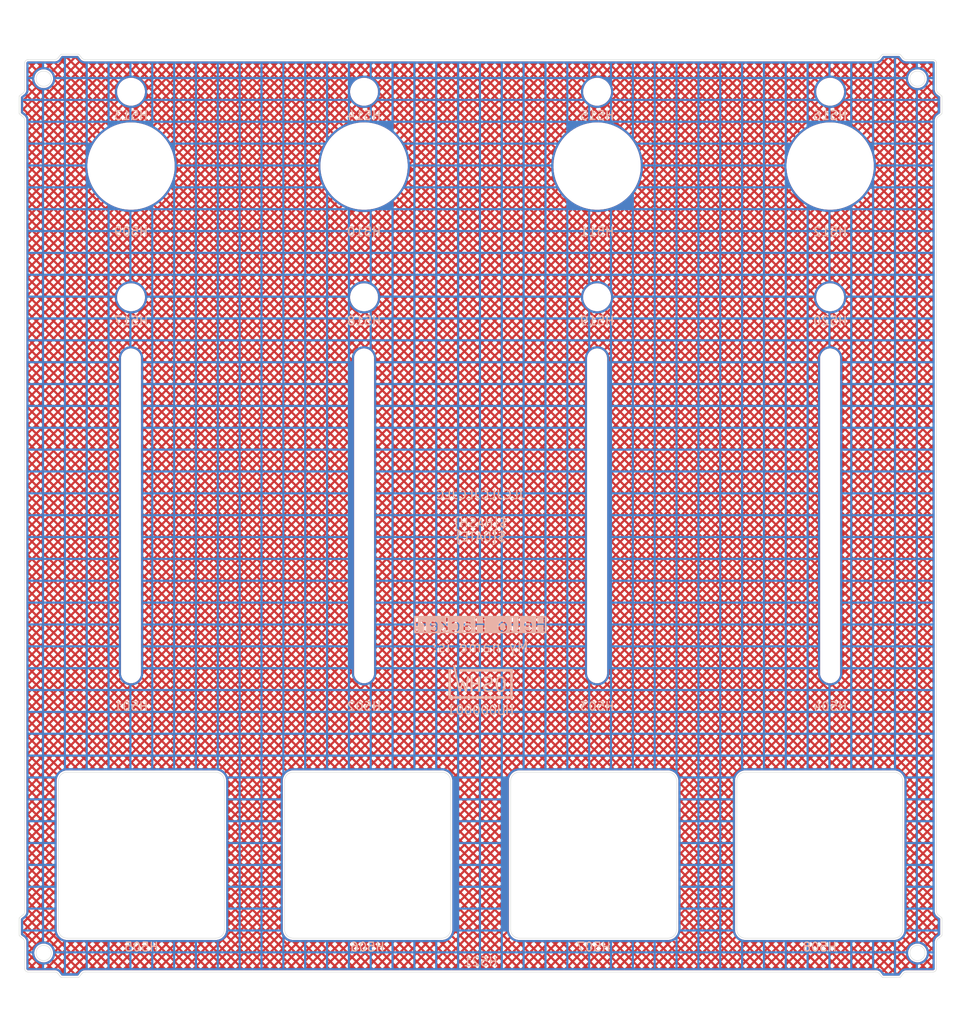
<source format=kicad_pcb>
(kicad_pcb (version 20240108) (generator "pcbnew") (generator_version "8.0")
  (layers (0 "F.Cu" signal) (31 "B.Cu" signal) (34 "B.Paste" user) (35 "F.Paste" user) (36 "B.SilkS" user "B.Silkscreen") (37 "F.SilkS" user "F.Silkscreen") (38 "B.Mask" user) (39 "F.Mask" user) (44 "Edge.Cuts" user))
  (net 0 "")
  (footprint "suku_basics:FP_FADER" (layer "F.Cu") (at 86.665 100)
    (property "Reference" "H502" (at 0 21.8 0) (layer "B.SilkS") (effects (justify mirror)))
    (property "Value" "Fader")
    (pad "" np_thru_hole circle (at 0 0 90) (size 1.5 1.5) (drill oval 38.1 2.1) (layers "F&B.Cu" "*.Mask"))
  )
  (footprint "suku_basics:FP_LED" (layer "F.Cu") (at 113.335 51.495)
    (property "Reference" "H515" (at 0 2.7 0) (layer "B.SilkS") (effects (justify mirror)))
    (property "Value" "LED")
    (pad "" np_thru_hole circle (at 0 0 90) (size 1.5 1.5) (drill 3) (layers "F&B.Cu" "*.Mask"))
  )
  (footprint "suku_basics:FP_LED" (layer "F.Cu") (at 59.995 75)
    (property "Reference" "H517" (at 0 2.7 0) (layer "B.SilkS") (effects (justify mirror)))
    (property "Value" "LED")
    (pad "" np_thru_hole circle (at 0 0 90) (size 1.5 1.5) (drill 3) (layers "F&B.Cu" "*.Mask"))
  )
  (footprint "suku_basics:FP_LED" (layer "F.Cu") (at 59.995 51.495)
    (property "Reference" "H513" (at 0 2.7 0) (layer "B.SilkS") (effects (justify mirror)))
    (property "Value" "LED")
    (pad "" np_thru_hole circle (at 0 0 90) (size 1.5 1.5) (drill 3) (layers "F&B.Cu" "*.Mask"))
  )
  (footprint "suku_basics:FP_BUTTON" (layer "F.Cu") (at 87.061875 138.814375)
    (property "Reference" "H506" (at 0 10.5 0) (layer "B.SilkS") (effects (justify mirror)))
    (property "Value" "Button")
    (fp_line (start -9.5 8.5) (end -9.5 -8.5) (stroke (width 0.05)) (layer "Edge.Cuts"))
    (fp_line (start -8.5 -9.5) (end 8.5 -9.5) (stroke (width 0.05)) (layer "Edge.Cuts"))
    (fp_line (start 8.5 9.5) (end -8.5 9.5) (stroke (width 0.05)) (layer "Edge.Cuts"))
    (fp_line (start 9.5 -8.5) (end 9.5 8.5) (stroke (width 0.05)) (layer "Edge.Cuts"))
    (fp_arc (start -9.5 -8.5) (mid -9.207089 -9.207089) (end -8.5 -9.5) (stroke (width 0.05)) (layer "Edge.Cuts"))
    (fp_arc (start -8.5 9.5) (mid -9.207114 9.207114) (end -9.5 8.5) (stroke (width 0.05)) (layer "Edge.Cuts"))
    (fp_arc (start 8.5 -9.5) (mid 9.207107 -9.207107) (end 9.5 -8.5) (stroke (width 0.05)) (layer "Edge.Cuts"))
    (fp_arc (start 9.5 8.5) (mid 9.207124 9.207124) (end 8.5 9.5) (stroke (width 0.05)) (layer "Edge.Cuts"))
  )
  (footprint "suku_basics:FP_OUTLINE_2" (layer "F.Cu") (at 100 100)
    (property "Reference" "H521" (at 0 51 0) (layer "B.SilkS") (effects (justify mirror)))
    (property "Value" "Outline")
    (fp_line (start -52.799999 -46.000001) (end -52.799999 -47.999999) (stroke (width 0.05)) (layer "Edge.Cuts"))
    (fp_line (start -52.799999 46.000001) (end -52.799999 47.999999) (stroke (width 0.05)) (layer "Edge.Cuts"))
    (fp_line (start -52.391736 -48.337979) (end -52.52462 -48.23693) (stroke (width 0.05)) (layer "Edge.Cuts"))
    (fp_line (start -52.391736 -45.662021) (end -52.52462 -45.76307) (stroke (width 0.05)) (layer "Edge.Cuts"))
    (fp_line (start -52.391736 45.662021) (end -52.52462 45.76307) (stroke (width 0.05)) (layer "Edge.Cuts"))
    (fp_line (start -52.391736 48.337979) (end -52.52462 48.23693) (stroke (width 0.05)) (layer "Edge.Cuts"))
    (fp_line (start -52.175 -48.75) (end -52.175 -51.8) (stroke (width 0.05)) (layer "Edge.Cuts"))
    (fp_line (start -52.175 45.25) (end -52.175 -45.25) (stroke (width 0.05)) (layer "Edge.Cuts"))
    (fp_line (start -52.175 48.75) (end -52.175 51.8) (stroke (width 0.05)) (layer "Edge.Cuts"))
    (fp_line (start -48.75 -52.175) (end -51.8 -52.175) (stroke (width 0.05)) (layer "Edge.Cuts"))
    (fp_line (start -48.75 52.175) (end -51.8 52.175) (stroke (width 0.05)) (layer "Edge.Cuts"))
    (fp_line (start -48.337979 -52.391736) (end -48.23693 -52.52462) (stroke (width 0.05)) (layer "Edge.Cuts"))
    (fp_line (start -48.337979 52.391736) (end -48.23693 52.52462) (stroke (width 0.05)) (layer "Edge.Cuts"))
    (fp_line (start -46.000001 -52.799999) (end -47.999999 -52.799999) (stroke (width 0.05)) (layer "Edge.Cuts"))
    (fp_line (start -46.000001 52.799999) (end -47.999999 52.799999) (stroke (width 0.05)) (layer "Edge.Cuts"))
    (fp_line (start -45.662021 -52.391736) (end -45.76307 -52.52462) (stroke (width 0.05)) (layer "Edge.Cuts"))
    (fp_line (start -45.662021 52.391736) (end -45.76307 52.52462) (stroke (width 0.05)) (layer "Edge.Cuts"))
    (fp_line (start -45.25 -52.175) (end 45.25 -52.175) (stroke (width 0.05)) (layer "Edge.Cuts"))
    (fp_line (start 45.25 52.175) (end -45.25 52.175) (stroke (width 0.05)) (layer "Edge.Cuts"))
    (fp_line (start 45.662021 -52.391736) (end 45.76307 -52.52462) (stroke (width 0.05)) (layer "Edge.Cuts"))
    (fp_line (start 45.662021 52.391736) (end 45.76307 52.52462) (stroke (width 0.05)) (layer "Edge.Cuts"))
    (fp_line (start 46.000001 -52.799999) (end 47.999999 -52.799999) (stroke (width 0.05)) (layer "Edge.Cuts"))
    (fp_line (start 46.000001 52.799999) (end 47.999999 52.799999) (stroke (width 0.05)) (layer "Edge.Cuts"))
    (fp_line (start 48.337979 -52.391736) (end 48.23693 -52.52462) (stroke (width 0.05)) (layer "Edge.Cuts"))
    (fp_line (start 48.337979 52.391736) (end 48.23693 52.52462) (stroke (width 0.05)) (layer "Edge.Cuts"))
    (fp_line (start 48.75 -52.175) (end 51.8 -52.175) (stroke (width 0.05)) (layer "Edge.Cuts"))
    (fp_line (start 48.75 52.175) (end 51.8 52.175) (stroke (width 0.05)) (layer "Edge.Cuts"))
    (fp_line (start 52.175 -48.75) (end 52.175 -51.8) (stroke (width 0.05)) (layer "Edge.Cuts"))
    (fp_line (start 52.175 -45.25) (end 52.175 45.25) (stroke (width 0.05)) (layer "Edge.Cuts"))
    (fp_line (start 52.175 48.75) (end 52.175 51.8) (stroke (width 0.05)) (layer "Edge.Cuts"))
    (fp_line (start 52.391736 -48.337979) (end 52.52462 -48.23693) (stroke (width 0.05)) (layer "Edge.Cuts"))
    (fp_line (start 52.391736 -45.662021) (end 52.52462 -45.76307) (stroke (width 0.05)) (layer "Edge.Cuts"))
    (fp_line (start 52.391736 45.662021) (end 52.52462 45.76307) (stroke (width 0.05)) (layer "Edge.Cuts"))
    (fp_line (start 52.391736 48.337979) (end 52.52462 48.23693) (stroke (width 0.05)) (layer "Edge.Cuts"))
    (fp_line (start 52.799999 -46.000001) (end 52.799999 -47.999999) (stroke (width 0.05)) (layer "Edge.Cuts"))
    (fp_line (start 52.799999 46.000001) (end 52.799999 47.999999) (stroke (width 0.05)) (layer "Edge.Cuts"))
    (fp_arc (start -52.799999 -47.999999) (mid -52.669574 -48.126908) (end -52.52462 -48.23693) (stroke (width 0.05)) (layer "Edge.Cuts"))
    (fp_arc (start -52.799999 46.000001) (mid -52.669574 45.873092) (end -52.52462 45.76307) (stroke (width 0.05)) (layer "Edge.Cuts"))
    (fp_arc (start -52.52462 -45.76307) (mid -52.669574 -45.873092) (end -52.799999 -46.000001) (stroke (width 0.05)) (layer "Edge.Cuts"))
    (fp_arc (start -52.52462 48.23693) (mid -52.669574 48.126908) (end -52.799999 47.999999) (stroke (width 0.05)) (layer "Edge.Cuts"))
    (fp_arc (start -52.391736 -45.662021) (mid -52.232489 -45.482774) (end -52.175 -45.25) (stroke (width 0.05)) (layer "Edge.Cuts"))
    (fp_arc (start -52.391736 48.337979) (mid -52.232489 48.517226) (end -52.175 48.75) (stroke (width 0.05)) (layer "Edge.Cuts"))
    (fp_arc (start -52.175 -51.8) (mid -52.065165 -52.065165) (end -51.8 -52.175) (stroke (width 0.05)) (layer "Edge.Cuts"))
    (fp_arc (start -52.175 -48.75) (mid -52.232489 -48.517226) (end -52.391736 -48.337979) (stroke (width 0.05)) (layer "Edge.Cuts"))
    (fp_arc (start -52.175 45.25) (mid -52.232489 45.482774) (end -52.391736 45.662021) (stroke (width 0.05)) (layer "Edge.Cuts"))
    (fp_arc (start -51.8 52.175) (mid -52.065165 52.065165) (end -52.175 51.8) (stroke (width 0.05)) (layer "Edge.Cuts"))
    (fp_arc (start -48.75 52.175) (mid -48.517226 52.232489) (end -48.337979 52.391736) (stroke (width 0.05)) (layer "Edge.Cuts"))
    (fp_arc (start -48.337979 -52.391736) (mid -48.517226 -52.232489) (end -48.75 -52.175) (stroke (width 0.05)) (layer "Edge.Cuts"))
    (fp_arc (start -48.23693 -52.52462) (mid -48.126908 -52.669574) (end -47.999999 -52.799999) (stroke (width 0.05)) (layer "Edge.Cuts"))
    (fp_arc (start -47.999999 52.799999) (mid -48.126908 52.669574) (end -48.23693 52.52462) (stroke (width 0.05)) (layer "Edge.Cuts"))
    (fp_arc (start -46.000001 -52.799999) (mid -45.873092 -52.669574) (end -45.76307 -52.52462) (stroke (width 0.05)) (layer "Edge.Cuts"))
    (fp_arc (start -45.76307 52.52462) (mid -45.873092 52.669574) (end -46.000001 52.799999) (stroke (width 0.05)) (layer "Edge.Cuts"))
    (fp_arc (start -45.662021 52.391736) (mid -45.482774 52.232489) (end -45.25 52.175) (stroke (width 0.05)) (layer "Edge.Cuts"))
    (fp_arc (start -45.25 -52.175) (mid -45.482774 -52.232489) (end -45.662021 -52.391736) (stroke (width 0.05)) (layer "Edge.Cuts"))
    (fp_arc (start 45.25 52.175) (mid 45.482775 52.232489) (end 45.662021 52.391736) (stroke (width 0.05)) (layer "Edge.Cuts"))
    (fp_arc (start 45.662021 -52.391736) (mid 45.482774 -52.232489) (end 45.25 -52.175) (stroke (width 0.05)) (layer "Edge.Cuts"))
    (fp_arc (start 45.76307 -52.52462) (mid 45.873092 -52.669574) (end 46.000001 -52.799999) (stroke (width 0.05)) (layer "Edge.Cuts"))
    (fp_arc (start 46.000001 52.799999) (mid 45.873092 52.669574) (end 45.76307 52.52462) (stroke (width 0.05)) (layer "Edge.Cuts"))
    (fp_arc (start 47.999999 -52.799999) (mid 48.126908 -52.669574) (end 48.23693 -52.52462) (stroke (width 0.05)) (layer "Edge.Cuts"))
    (fp_arc (start 48.23693 52.52462) (mid 48.126908 52.669574) (end 47.999999 52.799999) (stroke (width 0.05)) (layer "Edge.Cuts"))
    (fp_arc (start 48.337979 52.391736) (mid 48.517226 52.232489) (end 48.75 52.175) (stroke (width 0.05)) (layer "Edge.Cuts"))
    (fp_arc (start 48.75 -52.175) (mid 48.517225 -52.232489) (end 48.337979 -52.391736) (stroke (width 0.05)) (layer "Edge.Cuts"))
    (fp_arc (start 51.8 -52.175) (mid 52.065165 -52.065165) (end 52.175 -51.8) (stroke (width 0.05)) (layer "Edge.Cuts"))
    (fp_arc (start 52.175 -45.25) (mid 52.232489 -45.482775) (end 52.391736 -45.662021) (stroke (width 0.05)) (layer "Edge.Cuts"))
    (fp_arc (start 52.175 48.75) (mid 52.232489 48.517225) (end 52.391736 48.337979) (stroke (width 0.05)) (layer "Edge.Cuts"))
    (fp_arc (start 52.175 51.8) (mid 52.065165 52.065165) (end 51.8 52.175) (stroke (width 0.05)) (layer "Edge.Cuts"))
    (fp_arc (start 52.391736 -48.337979) (mid 52.232489 -48.517226) (end 52.175 -48.75) (stroke (width 0.05)) (layer "Edge.Cuts"))
    (fp_arc (start 52.391736 45.662021) (mid 52.232489 45.482774) (end 52.175 45.25) (stroke (width 0.05)) (layer "Edge.Cuts"))
    (fp_arc (start 52.52462 -48.23693) (mid 52.669574 -48.126908) (end 52.799999 -47.999999) (stroke (width 0.05)) (layer "Edge.Cuts"))
    (fp_arc (start 52.52462 45.76307) (mid 52.669574 45.873092) (end 52.799999 46.000001) (stroke (width 0.05)) (layer "Edge.Cuts"))
    (fp_arc (start 52.799999 -46.000001) (mid 52.669574 -45.873092) (end 52.52462 -45.76307) (stroke (width 0.05)) (layer "Edge.Cuts"))
    (fp_arc (start 52.799999 47.999999) (mid 52.669574 48.126908) (end 52.52462 48.23693) (stroke (width 0.05)) (layer "Edge.Cuts"))
    (fp_circle (center -50 -50) (end -49.125 -50) (stroke (width 0.05)) (fill none) (layer "Edge.Cuts"))
    (fp_circle (center -50 50) (end -49.125 50) (stroke (width 0.05)) (fill none) (layer "Edge.Cuts"))
    (fp_circle (center 50 -50) (end 50.875 -50) (stroke (width 0.05)) (fill none) (layer "Edge.Cuts"))
    (fp_circle (center 50 50) (end 50.875 50) (stroke (width 0.05)) (fill none) (layer "Edge.Cuts"))
  )
  (footprint "suku_basics:FP_POTENTIOMETER" (layer "F.Cu") (at 59.995 59.995)
    (property "Reference" "H509" (at 0 7.5 0) (layer "B.SilkS") (effects (justify mirror)))
    (property "Value" "Potentiometer")
    (pad "" np_thru_hole circle (at 0 0 90) (size 1.5 1.5) (drill 9.8) (layers "F&B.Cu" "*.Mask"))
  )
  (footprint "suku_basics:FP_BUTTON" (layer "F.Cu") (at 112.938125 138.814375)
    (property "Reference" "H507" (at 0 10.5 0) (layer "B.SilkS") (effects (justify mirror)))
    (property "Value" "Button")
    (fp_line (start -9.5 8.5) (end -9.5 -8.5) (stroke (width 0.05)) (layer "Edge.Cuts"))
    (fp_line (start -8.5 -9.5) (end 8.5 -9.5) (stroke (width 0.05)) (layer "Edge.Cuts"))
    (fp_line (start 8.5 9.5) (end -8.5 9.5) (stroke (width 0.05)) (layer "Edge.Cuts"))
    (fp_line (start 9.5 -8.5) (end 9.5 8.5) (stroke (width 0.05)) (layer "Edge.Cuts"))
    (fp_arc (start -9.5 -8.5) (mid -9.207089 -9.207089) (end -8.5 -9.5) (stroke (width 0.05)) (layer "Edge.Cuts"))
    (fp_arc (start -8.5 9.5) (mid -9.207114 9.207114) (end -9.5 8.5) (stroke (width 0.05)) (layer "Edge.Cuts"))
    (fp_arc (start 8.5 -9.5) (mid 9.207107 -9.207107) (end 9.5 -8.5) (stroke (width 0.05)) (layer "Edge.Cuts"))
    (fp_arc (start 9.5 8.5) (mid 9.207124 9.207124) (end 8.5 9.5) (stroke (width 0.05)) (layer "Edge.Cuts"))
  )
  (footprint "suku_basics:FP_LED" (layer "F.Cu") (at 140.005 75)
    (property "Reference" "H520" (at 0 2.7 0) (layer "B.SilkS") (effects (justify mirror)))
    (property "Value" "LED")
    (pad "" np_thru_hole circle (at 0 0 90) (size 1.5 1.5) (drill 3) (layers "F&B.Cu" "*.Mask"))
  )
  (footprint "suku_basics:FP_BUTTON" (layer "F.Cu") (at 61.185625 138.814375)
    (property "Reference" "H505" (at 0 10.5 0) (layer "B.SilkS") (effects (justify mirror)))
    (property "Value" "Button")
    (fp_line (start -9.5 8.5) (end -9.5 -8.5) (stroke (width 0.05)) (layer "Edge.Cuts"))
    (fp_line (start -8.5 -9.5) (end 8.5 -9.5) (stroke (width 0.05)) (layer "Edge.Cuts"))
    (fp_line (start 8.5 9.5) (end -8.5 9.5) (stroke (width 0.05)) (layer "Edge.Cuts"))
    (fp_line (start 9.5 -8.5) (end 9.5 8.5) (stroke (width 0.05)) (layer "Edge.Cuts"))
    (fp_arc (start -9.5 -8.5) (mid -9.207089 -9.207089) (end -8.5 -9.5) (stroke (width 0.05)) (layer "Edge.Cuts"))
    (fp_arc (start -8.5 9.5) (mid -9.207114 9.207114) (end -9.5 8.5) (stroke (width 0.05)) (layer "Edge.Cuts"))
    (fp_arc (start 8.5 -9.5) (mid 9.207107 -9.207107) (end 9.5 -8.5) (stroke (width 0.05)) (layer "Edge.Cuts"))
    (fp_arc (start 9.5 8.5) (mid 9.207124 9.207124) (end 8.5 9.5) (stroke (width 0.05)) (layer "Edge.Cuts"))
  )
  (footprint "suku_basics:FP_POTENTIOMETER" (layer "F.Cu") (at 86.665 59.995)
    (property "Reference" "H510" (at 0 7.5 0) (layer "B.SilkS") (effects (justify mirror)))
    (property "Value" "Potentiometer")
    (pad "" np_thru_hole circle (at 0 0 90) (size 1.5 1.5) (drill 9.8) (layers "F&B.Cu" "*.Mask"))
  )
  (footprint "suku_basics:FP_LED" (layer "F.Cu") (at 86.665 75)
    (property "Reference" "H518" (at 0 2.7 0) (layer "B.SilkS") (effects (justify mirror)))
    (property "Value" "LED")
    (pad "" np_thru_hole circle (at 0 0 90) (size 1.5 1.5) (drill 3) (layers "F&B.Cu" "*.Mask"))
  )
  (footprint "suku_basics:FP_FADER" (layer "F.Cu") (at 59.995 100)
    (property "Reference" "H501" (at 0 21.8 0) (layer "B.SilkS") (effects (justify mirror)))
    (property "Value" "Fader")
    (pad "" np_thru_hole circle (at 0 0 90) (size 1.5 1.5) (drill oval 38.1 2.1) (layers "F&B.Cu" "*.Mask"))
  )
  (footprint "suku_basics:FP_POTENTIOMETER" (layer "F.Cu") (at 113.335 59.995)
    (property "Reference" "H511" (at 0 7.5 0) (layer "B.SilkS") (effects (justify mirror)))
    (property "Value" "Potentiometer")
    (pad "" np_thru_hole circle (at 0 0 90) (size 1.5 1.5) (drill 9.8) (layers "F&B.Cu" "*.Mask"))
  )
  (footprint "suku_basics:FP_BUTTON" (layer "F.Cu") (at 138.814375 138.814375)
    (property "Reference" "H508" (at 0 10.5 0) (layer "B.SilkS") (effects (justify mirror)))
    (property "Value" "Button")
    (fp_line (start -9.5 8.5) (end -9.5 -8.5) (stroke (width 0.05)) (layer "Edge.Cuts"))
    (fp_line (start -8.5 -9.5) (end 8.5 -9.5) (stroke (width 0.05)) (layer "Edge.Cuts"))
    (fp_line (start 8.5 9.5) (end -8.5 9.5) (stroke (width 0.05)) (layer "Edge.Cuts"))
    (fp_line (start 9.5 -8.5) (end 9.5 8.5) (stroke (width 0.05)) (layer "Edge.Cuts"))
    (fp_arc (start -9.5 -8.5) (mid -9.207089 -9.207089) (end -8.5 -9.5) (stroke (width 0.05)) (layer "Edge.Cuts"))
    (fp_arc (start -8.5 9.5) (mid -9.207114 9.207114) (end -9.5 8.5) (stroke (width 0.05)) (layer "Edge.Cuts"))
    (fp_arc (start 8.5 -9.5) (mid 9.207107 -9.207107) (end 9.5 -8.5) (stroke (width 0.05)) (layer "Edge.Cuts"))
    (fp_arc (start 9.5 8.5) (mid 9.207124 9.207124) (end 8.5 9.5) (stroke (width 0.05)) (layer "Edge.Cuts"))
  )
  (footprint "suku_basics:FP_LED" (layer "F.Cu") (at 86.665 51.495)
    (property "Reference" "H514" (at 0 2.7 0) (layer "B.SilkS") (effects (justify mirror)))
    (property "Value" "LED")
    (pad "" np_thru_hole circle (at 0 0 90) (size 1.5 1.5) (drill 3) (layers "F&B.Cu" "*.Mask"))
  )
  (footprint "suku_basics:FP_FADER" (layer "F.Cu") (at 140.005 100)
    (property "Reference" "H504" (at 0 21.8 0) (layer "B.SilkS") (effects (justify mirror)))
    (property "Value" "Fader")
    (pad "" np_thru_hole circle (at 0 0 90) (size 1.5 1.5) (drill oval 38.1 2.1) (layers "F&B.Cu" "*.Mask"))
  )
  (footprint "suku_basics:FP_POTENTIOMETER" (layer "F.Cu") (at 140.005 59.995)
    (property "Reference" "H512" (at 0 7.5 0) (layer "B.SilkS") (effects (justify mirror)))
    (property "Value" "Potentiometer")
    (pad "" np_thru_hole circle (at 0 0 90) (size 1.5 1.5) (drill 9.8) (layers "F&B.Cu" "*.Mask"))
  )
  (footprint "suku_basics:FP_LED" (layer "F.Cu") (at 113.335 75)
    (property "Reference" "H519" (at 0 2.7 0) (layer "B.SilkS") (effects (justify mirror)))
    (property "Value" "LED")
    (pad "" np_thru_hole circle (at 0 0 90) (size 1.5 1.5) (drill 3) (layers "F&B.Cu" "*.Mask"))
  )
  (footprint "suku_basics:FP_FADER" (layer "F.Cu") (at 113.335 100)
    (property "Reference" "H503" (at 0 21.8 0) (layer "B.SilkS") (effects (justify mirror)))
    (property "Value" "Fader")
    (pad "" np_thru_hole circle (at 0 0 90) (size 1.5 1.5) (drill oval 38.1 2.1) (layers "F&B.Cu" "*.Mask"))
  )
  (footprint "suku_basics:FP_LED" (layer "F.Cu") (at 140.005 51.495)
    (property "Reference" "H516" (at 0 2.7 0) (layer "B.SilkS") (effects (justify mirror)))
    (property "Value" "LED")
    (pad "" np_thru_hole circle (at 0 0 90) (size 1.5 1.5) (drill 3) (layers "F&B.Cu" "*.Mask"))
  )
  (footprint "suku_basics:OSHWA" (layer "B.Cu") (at 100 120 180)
    (property "Reference" "H522" (hide yes))
    (property "Value" "Outline" (hide yes))
    (fp_poly (pts (xy 3.689316 -0.925456) (xy -3.689315 -0.925456) (xy -3.689315 2.488724) (xy 2.37617 2.488724) (xy 2.37617 2.176071) (xy -3.389168 2.176071) (xy -3.389168 -0.625308) (xy 3.389071 -0.625308) (xy 3.392246 0.928582) (xy 3.395421 2.482471) (xy 3.542369 2.485995) (xy 3.689316 2.489518)) (fill solid) (layer "B.SilkS"))
    (fp_poly (pts (xy 0.146948 1.623126) (xy 0.268883 1.619547) (xy 0.275519 0.900443) (xy 0.91295 0.900443) (xy 0.91295 1.6258) (xy 1.150567 1.6258) (xy 1.150567 -0.125062) (xy 0.91295 -0.125062) (xy 0.91295 0.700344) (xy 0.275136 0.700344) (xy 0.275136 -0.125062) (xy 0.025013 -0.125062) (xy 0.025013 1.626706)) (fill solid) (layer "B.SilkS"))
    (fp_poly (pts (xy -3.526735 -2.088528) (xy -3.101526 -2.088528) (xy -3.101526 -1.613294) (xy -2.951452 -1.613294) (xy -2.951452 -2.763861) (xy -3.101038 -2.763861) (xy -3.104409 -2.491852) (xy -3.107779 -2.219843) (xy -3.526735 -2.212985) (xy -3.526735 -2.763861) (xy -3.689315 -2.763861) (xy -3.689315 -1.613294) (xy -3.526735 -1.613294)) (fill solid) (layer "B.SilkS"))
    (fp_poly (pts (xy 2.423363 -2.099022) (xy 2.455397 -2.12638) (xy 2.472875 -2.164417) (xy 2.473375 -2.206947) (xy 2.454476 -2.247785) (xy 2.445522 -2.25793) (xy 2.405042 -2.283341) (xy 2.360014 -2.288196) (xy 2.318075 -2.272398) (xy 2.303313 -2.259682) (xy 2.278977 -2.218539) (xy 2.275667 -2.175058) (xy 2.290781 -2.135108) (xy 2.321718 -2.104558) (xy 2.365875 -2.089276) (xy 2.379195 -2.088528)) (fill solid) (layer "B.SilkS"))
    (fp_poly (pts (xy 1.472895 -2.099022) (xy 1.504929 -2.12638) (xy 1.522407 -2.164417) (xy 1.522907 -2.206947) (xy 1.504008 -2.247785) (xy 1.495054 -2.25793) (xy 1.454575 -2.283341) (xy 1.409546 -2.288196) (xy 1.367607 -2.272398) (xy 1.352845 -2.259682) (xy 1.328509 -2.218539) (xy 1.325199 -2.175058) (xy 1.340313 -2.135108) (xy 1.37125 -2.104558) (xy 1.415407 -2.089276) (xy 1.428727 -2.088528)) (fill solid) (layer "B.SilkS"))
    (fp_poly (pts (xy 0.522427 -2.099022) (xy 0.554461 -2.12638) (xy 0.571939 -2.164417) (xy 0.57244 -2.206947) (xy 0.55354 -2.247785) (xy 0.544587 -2.25793) (xy 0.504107 -2.283341) (xy 0.459078 -2.288196) (xy 0.417139 -2.272398) (xy 0.402377 -2.259682) (xy 0.378041 -2.218539) (xy 0.374731 -2.175058) (xy 0.389846 -2.135108) (xy 0.420782 -2.104558) (xy 0.464939 -2.089276) (xy 0.478259 -2.088528)) (fill solid) (layer "B.SilkS"))
    (fp_poly (pts (xy -0.428041 -2.099022) (xy -0.396007 -2.12638) (xy -0.378529 -2.164417) (xy -0.378028 -2.206947) (xy -0.396927 -2.247785) (xy -0.405881 -2.25793) (xy -0.446361 -2.283341) (xy -0.491389 -2.288196) (xy -0.533328 -2.272398) (xy -0.54809 -2.259682) (xy -0.572426 -2.218539) (xy -0.575736 -2.175058) (xy -0.560622 -2.135108) (xy -0.529686 -2.104558) (xy -0.485529 -2.089276) (xy -0.472209 -2.088528)) (fill solid) (layer "B.SilkS"))
    (fp_poly (pts (xy -1.366002 -2.099022) (xy -1.333968 -2.12638) (xy -1.31649 -2.164417) (xy -1.31599 -2.206947) (xy -1.334889 -2.247785) (xy -1.343843 -2.25793) (xy -1.384322 -2.283341) (xy -1.429351 -2.288196) (xy -1.47129 -2.272398) (xy -1.486052 -2.259682) (xy -1.510388 -2.218539) (xy -1.513698 -2.175058) (xy -1.498584 -2.135108) (xy -1.467647 -2.104558) (xy -1.42349 -2.089276) (xy -1.41017 -2.088528)) (fill solid) (layer "B.SilkS"))
    (fp_poly (pts (xy 3.439193 -2.626293) (xy 3.67681 -2.626293) (xy 3.67681 -2.763861) (xy 3.037689 -2.763861) (xy 3.041469 -2.698203) (xy 3.045249 -2.632546) (xy 3.167184 -2.628966) (xy 3.289119 -2.625387) (xy 3.289119 -2.194378) (xy 3.288777 -2.074495) (xy 3.287778 -1.971946) (xy 3.286163 -1.888188) (xy 3.283972 -1.824679) (xy 3.281247 -1.782877) (xy 3.278027 -1.76424) (xy 3.277097 -1.763368) (xy 3.260168 -1.766055) (xy 3.225245 -1.773232) (xy 3.178662 -1.78357) (xy 3.157804 -1.78838) (xy 3.108191 -1.799632) (xy 3.067562 -1.808258) (xy 3.042296 -1.81293) (xy 3.037888 -1.813393) (xy 3.031169 -1.801857) (xy 3.028386 -1.770697) (xy 3.028992 -1.742407) (xy 3.032743 -1.671421) (xy 3.157804 -1.642959) (xy 3.221273 -1.630301) (xy 3.285815 -1.620393) (xy 3.341191 -1.614699) (xy 3.361029 -1.613896) (xy 3.439193 -1.613294)) (fill solid) (layer "B.SilkS"))
    (fp_poly (pts (xy -2.561065 -2.0883) (xy -2.557508 -2.563306) (xy -2.519948 -2.600854) (xy -2.471266 -2.633373) (xy -2.409462 -2.651483) (xy -2.342226 -2.654652) (xy -2.277249 -2.642346) (xy -2.231814 -2.62084) (xy -2.214905 -2.608756) (xy -2.201041 -2.59515) (xy -2.189922 -2.577563) (xy -2.181246 -2.553532) (xy -2.17471 -2.520598) (xy -2.170015 -2.4763) (xy -2.166857 -2.418177) (xy -2.164936 -2.343768) (xy -2.16395 -2.250614) (xy -2.163598 -2.136253) (xy -2.163564 -2.063918) (xy -2.163564 -1.613294) (xy -1.998864 -1.613294) (xy -2.004222 -2.072895) (xy -2.006032 -2.205355) (xy -2.008145 -2.314667) (xy -2.01064 -2.402695) (xy -2.0136 -2.471303) (xy -2.017104 -2.522353) (xy -2.021235 -2.557709) (xy -2.026072 -2.579236) (xy -2.026235 -2.579707) (xy -2.061961 -2.646483) (xy -2.11637 -2.704712) (xy -2.18322 -2.74789) (xy -2.191159 -2.751482) (xy -2.248615 -2.76959) (xy -2.317403 -2.781305) (xy -2.387483 -2.785695) (xy -2.448813 -2.781827) (xy -2.469965 -2.7774) (xy -2.559864 -2.741802) (xy -2.631084 -2.690092) (xy -2.68309 -2.622692) (xy -2.694035 -2.60128) (xy -2.700795 -2.585557) (xy -2.706311 -2.568715) (xy -2.710737 -2.548089) (xy -2.714227 -2.52101) (xy -2.716934 -2.484812) (xy -2.719011 -2.436829) (xy -2.720611 -2.374392) (xy -2.721887 -2.294836) (xy -2.722993 -2.195492) (xy -2.724036 -2.079149) (xy -2.727983 -1.613294) (xy -2.564621 -1.613294)) (fill solid) (layer "B.SilkS"))
    (fp_poly (pts (xy 2.479267 -1.612912) (xy 2.544266 -1.637705) (xy 2.599169 -1.679949) (xy 2.633148 -1.719274) (xy 2.674326 -1.78977) (xy 2.706844 -1.879346) (xy 2.730172 -1.983428) (xy 2.743778 -2.09744) (xy 2.74713 -2.216809) (xy 2.739698 -2.336958) (xy 2.720951 -2.453315) (xy 2.719279 -2.460853) (xy 2.685784 -2.566283) (xy 2.637453 -2.652461) (xy 2.574704 -2.718771) (xy 2.520358 -2.754112) (xy 2.462001 -2.774198) (xy 2.391637 -2.783817) (xy 2.320306 -2.782224) (xy 2.266388 -2.771248) (xy 2.190068 -2.734152) (xy 2.12676 -2.676662) (xy 2.07604 -2.598241) (xy 2.037481 -2.498348) (xy 2.029936 -2.47091) (xy 2.018323 -2.407332) (xy 2.010576 -2.326836) (xy 2.006695 -2.23636) (xy 2.006682 -2.144806) (xy 2.167182 -2.144806) (xy 2.16743 -2.28475) (xy 2.177721 -2.402029) (xy 2.198129 -2.496918) (xy 2.228728 -2.569692) (xy 2.269592 -2.620626) (xy 2.3012 -2.641906) (xy 2.354246 -2.66084) (xy 2.403413 -2.659264) (xy 2.446617 -2.643425) (xy 2.48408 -2.616016) (xy 2.516627 -2.575561) (xy 2.519016 -2.571514) (xy 2.542248 -2.52449) (xy 2.559405 -2.473242) (xy 2.57121 -2.413306) (xy 2.578386 -2.340213) (xy 2.581657 -2.249498) (xy 2.58204 -2.182324) (xy 2.579984 -2.074424) (xy 2.573824 -1.987609) (xy 2.562709 -1.918165) (xy 2.545787 -1.862378) (xy 2.522209 -1.816533) (xy 2.491124 -1.776917) (xy 2.488534 -1.774164) (xy 2.458625 -1.745356) (xy 2.432972 -1.73103) (xy 2.400092 -1.726228) (xy 2.376635 -1.72585) (xy 2.335154 -1.727808) (xy 2.306456 -1.736951) (xy 2.278799 -1.75818) (xy 2.263454 -1.773092) (xy 2.232664 -1.809168) (xy 2.20913 -1.850513) (xy 2.19183 -1.901075) (xy 2.179739 -1.964803) (xy 2.171835 -2.045647) (xy 2.167182 -2.144806) (xy 2.006682 -2.144806) (xy 2.006682 -2.142843) (xy 2.010537 -2.053224) (xy 2.018263 -1.97444) (xy 2.029855 -1.913442) (xy 2.059663 -1.823267) (xy 2.096259 -1.751266) (xy 2.143074 -1.690827) (xy 2.148311 -1.685308) (xy 2.199716 -1.642072) (xy 2.257261 -1.615278) (xy 2.326695 -1.60302) (xy 2.398093 -1.602551)) (fill solid) (layer "B.SilkS"))
    (fp_poly (pts (xy 1.528799 -1.612912) (xy 1.593798 -1.637705) (xy 1.648701 -1.679949) (xy 1.68268 -1.719274) (xy 1.723858 -1.78977) (xy 1.756376 -1.879346) (xy 1.779704 -1.983428) (xy 1.79331 -2.09744) (xy 1.796663 -2.216809) (xy 1.789231 -2.336958) (xy 1.770483 -2.453315) (xy 1.768811 -2.460853) (xy 1.735316 -2.566283) (xy 1.686986 -2.652461) (xy 1.624236 -2.718771) (xy 1.569891 -2.754112) (xy 1.511533 -2.774198) (xy 1.44117 -2.783817) (xy 1.369838 -2.782224) (xy 1.31592 -2.771248) (xy 1.239601 -2.734152) (xy 1.176293 -2.676662) (xy 1.125572 -2.598241) (xy 1.087013 -2.498348) (xy 1.079469 -2.47091) (xy 1.067856 -2.407332) (xy 1.060108 -2.326836) (xy 1.056227 -2.23636) (xy 1.056214 -2.144806) (xy 1.216714 -2.144806) (xy 1.216962 -2.28475) (xy 1.227253 -2.402029) (xy 1.247661 -2.496918) (xy 1.27826 -2.569692) (xy 1.319124 -2.620626) (xy 1.350732 -2.641906) (xy 1.403779 -2.66084) (xy 1.452946 -2.659264) (xy 1.496149 -2.643425) (xy 1.533612 -2.616016) (xy 1.566159 -2.575561) (xy 1.568548 -2.571514) (xy 1.59178 -2.52449) (xy 1.608937 -2.473242) (xy 1.620742 -2.413306) (xy 1.627918 -2.340213) (xy 1.631189 -2.249498) (xy 1.631572 -2.182324) (xy 1.629516 -2.074424) (xy 1.623356 -1.987609) (xy 1.612241 -1.918165) (xy 1.59532 -1.862378) (xy 1.571742 -1.816533) (xy 1.540656 -1.776917) (xy 1.538066 -1.774164) (xy 1.508157 -1.745356) (xy 1.482504 -1.73103) (xy 1.449624 -1.726228) (xy 1.426167 -1.72585) (xy 1.384686 -1.727808) (xy 1.355988 -1.736951) (xy 1.328331 -1.75818) (xy 1.312986 -1.773092) (xy 1.282196 -1.809168) (xy 1.258663 -1.850513) (xy 1.241362 -1.901075) (xy 1.229271 -1.964803) (xy 1.221368 -2.045647) (xy 1.216714 -2.144806) (xy 1.056214 -2.144806) (xy 1.056214 -2.142843) (xy 1.06007 -2.053224) (xy 1.067795 -1.97444) (xy 1.079387 -1.913442) (xy 1.109196 -1.823267) (xy 1.145791 -1.751266) (xy 1.192606 -1.690827) (xy 1.197843 -1.685308) (xy 1.249248 -1.642072) (xy 1.306793 -1.615278) (xy 1.376227 -1.60302) (xy 1.447625 -1.602551)) (fill solid) (layer "B.SilkS"))
    (fp_poly (pts (xy 0.578332 -1.612912) (xy 0.64333 -1.637705) (xy 0.698234 -1.679949) (xy 0.732212 -1.719274) (xy 0.77339 -1.78977) (xy 0.805908 -1.879346) (xy 0.829236 -1.983428) (xy 0.842842 -2.09744) (xy 0.846195 -2.216809) (xy 0.838763 -2.336958) (xy 0.820015 -2.453315) (xy 0.818343 -2.460853) (xy 0.784848 -2.566283) (xy 0.736518 -2.652461) (xy 0.673769 -2.718771) (xy 0.619423 -2.754112) (xy 0.561066 -2.774198) (xy 0.490702 -2.783817) (xy 0.41937 -2.782224) (xy 0.365453 -2.771248) (xy 0.289133 -2.734152) (xy 0.225825 -2.676662) (xy 0.175104 -2.598241) (xy 0.136546 -2.498348) (xy 0.129001 -2.47091) (xy 0.117388 -2.407332) (xy 0.10964 -2.326836) (xy 0.10576 -2.23636) (xy 0.105746 -2.144806) (xy 0.266246 -2.144806) (xy 0.266494 -2.28475) (xy 0.276785 -2.402029) (xy 0.297193 -2.496918) (xy 0.327792 -2.569692) (xy 0.368656 -2.620626) (xy 0.400264 -2.641906) (xy 0.453311 -2.66084) (xy 0.502478 -2.659264) (xy 0.545681 -2.643425) (xy 0.583144 -2.616016) (xy 0.615692 -2.575561) (xy 0.61808 -2.571514) (xy 0.641313 -2.52449) (xy 0.65847 -2.473242) (xy 0.670275 -2.413306) (xy 0.677451 -2.340213) (xy 0.680721 -2.249498) (xy 0.681105 -2.182324) (xy 0.679048 -2.074424) (xy 0.672888 -1.987609) (xy 0.661773 -1.918165) (xy 0.644852 -1.862378) (xy 0.621274 -1.816533) (xy 0.590188 -1.776917) (xy 0.587598 -1.774164) (xy 0.557689 -1.745356) (xy 0.532036 -1.73103) (xy 0.499156 -1.726228) (xy 0.475699 -1.72585) (xy 0.434218 -1.727808) (xy 0.40552 -1.736951) (xy 0.377863 -1.75818) (xy 0.362518 -1.773092) (xy 0.331729 -1.809168) (xy 0.308195 -1.850513) (xy 0.290894 -1.901075) (xy 0.278803 -1.964803) (xy 0.2709 -2.045647) (xy 0.266246 -2.144806) (xy 0.105746 -2.144806) (xy 0.105746 -2.142843) (xy 0.109602 -2.053224) (xy 0.117327 -1.97444) (xy 0.12892 -1.913442) (xy 0.158728 -1.823267) (xy 0.195323 -1.751266) (xy 0.242139 -1.690827) (xy 0.247376 -1.685308) (xy 0.29878 -1.642072) (xy 0.356326 -1.615278) (xy 0.42576 -1.60302) (xy 0.497157 -1.602551)) (fill solid) (layer "B.SilkS"))
    (fp_poly (pts (xy -0.372136 -1.612912) (xy -0.307138 -1.637705) (xy -0.252234 -1.679949) (xy -0.218255 -1.719274) (xy -0.177078 -1.78977) (xy -0.144559 -1.879346) (xy -0.121231 -1.983428) (xy -0.107626 -2.09744) (xy -0.104273 -2.216809) (xy -0.111705 -2.336958) (xy -0.130453 -2.453315) (xy -0.132124 -2.460853) (xy -0.165619 -2.566283) (xy -0.21395 -2.652461) (xy -0.276699 -2.718771) (xy -0.331045 -2.754112) (xy -0.389402 -2.774198) (xy -0.459766 -2.783817) (xy -0.531098 -2.782224) (xy -0.585015 -2.771248) (xy -0.661335 -2.734152) (xy -0.724643 -2.676662) (xy -0.775364 -2.598241) (xy -0.813922 -2.498348) (xy -0.821467 -2.47091) (xy -0.83308 -2.407332) (xy -0.840827 -2.326836) (xy -0.844708 -2.23636) (xy -0.844721 -2.144806) (xy -0.684221 -2.144806) (xy -0.683973 -2.28475) (xy -0.673682 -2.402029) (xy -0.653275 -2.496918) (xy -0.622676 -2.569692) (xy -0.581811 -2.620626) (xy -0.550203 -2.641906) (xy -0.497157 -2.66084) (xy -0.44799 -2.659264) (xy -0.404787 -2.643425) (xy -0.367324 -2.616016) (xy -0.334776 -2.575561) (xy -0.332387 -2.571514) (xy -0.309155 -2.52449) (xy -0.291998 -2.473242) (xy -0.280193 -2.413306) (xy -0.273017 -2.340213) (xy -0.269746 -2.249498) (xy -0.269363 -2.182324) (xy -0.271419 -2.074424) (xy -0.27758 -1.987609) (xy -0.288695 -1.918165) (xy -0.305616 -1.862378) (xy -0.329194 -1.816533) (xy -0.36028 -1.776917) (xy -0.36287 -1.774164) (xy -0.392779 -1.745356) (xy -0.418432 -1.73103) (xy -0.451311 -1.726228) (xy -0.474768 -1.72585) (xy -0.51625 -1.727808) (xy -0.544947 -1.736951) (xy -0.572605 -1.75818) (xy -0.58795 -1.773092) (xy -0.618739 -1.809168) (xy -0.642273 -1.850513) (xy -0.659574 -1.901075) (xy -0.671664 -1.964803) (xy -0.679568 -2.045647) (xy -0.684221 -2.144806) (xy -0.844721 -2.144806) (xy -0.844721 -2.142843) (xy -0.840866 -2.053224) (xy -0.833141 -1.97444) (xy -0.821548 -1.913442) (xy -0.79174 -1.823267) (xy -0.755145 -1.751266) (xy -0.708329 -1.690827) (xy -0.703092 -1.685308) (xy -0.651688 -1.642072) (xy -0.594142 -1.615278) (xy -0.524708 -1.60302) (xy -0.453311 -1.602551)) (fill solid) (layer "B.SilkS"))
    (fp_poly (pts (xy -1.310098 -1.612912) (xy -1.245099 -1.637705) (xy -1.190196 -1.679949) (xy -1.156217 -1.719274) (xy -1.115039 -1.78977) (xy -1.082521 -1.879346) (xy -1.059193 -1.983428) (xy -1.045587 -2.09744) (xy -1.042234 -2.216809) (xy -1.049666 -2.336958) (xy -1.068414 -2.453315) (xy -1.070086 -2.460853) (xy -1.103581 -2.566283) (xy -1.151911 -2.652461) (xy -1.214661 -2.718771) (xy -1.269007 -2.754112) (xy -1.327364 -2.774198) (xy -1.397728 -2.783817) (xy -1.469059 -2.782224) (xy -1.522977 -2.771248) (xy -1.599296 -2.734152) (xy -1.662604 -2.676662) (xy -1.713325 -2.598241) (xy -1.751884 -2.498348) (xy -1.759429 -2.47091) (xy -1.771042 -2.407332) (xy -1.778789 -2.326836) (xy -1.78267 -2.23636) (xy -1.782683 -2.144806) (xy -1.622183 -2.144806) (xy -1.621935 -2.28475) (xy -1.611644 -2.402029) (xy -1.591236 -2.496918) (xy -1.560637 -2.569692) (xy -1.519773 -2.620626) (xy -1.488165 -2.641906) (xy -1.435118 -2.66084) (xy -1.385951 -2.659264) (xy -1.342748 -2.643425) (xy -1.305285 -2.616016) (xy -1.272738 -2.575561) (xy -1.270349 -2.571514) (xy -1.247117 -2.52449) (xy -1.22996 -2.473242) (xy -1.218155 -2.413306) (xy -1.210979 -2.340213) (xy -1.207708 -2.249498) (xy -1.207325 -2.182324) (xy -1.209381 -2.074424) (xy -1.215541 -1.987609) (xy -1.226656 -1.918165) (xy -1.243577 -1.862378) (xy -1.267155 -1.816533) (xy -1.298241 -1.776917) (xy -1.300831 -1.774164) (xy -1.33074 -1.745356) (xy -1.356393 -1.73103) (xy -1.389273 -1.726228) (xy -1.41273 -1.72585) (xy -1.454211 -1.727808) (xy -1.482909 -1.736951) (xy -1.510566 -1.75818) (xy -1.525911 -1.773092) (xy -1.556701 -1.809168) (xy -1.580234 -1.850513) (xy -1.597535 -1.901075) (xy -1.609626 -1.964803) (xy -1.617529 -2.045647) (xy -1.622183 -2.144806) (xy -1.782683 -2.144806) (xy -1.782683 -2.142843) (xy -1.778827 -2.053224) (xy -1.771102 -1.97444) (xy -1.75951 -1.913442) (xy -1.729702 -1.823267) (xy -1.693106 -1.751266) (xy -1.646291 -1.690827) (xy -1.641054 -1.685308) (xy -1.589649 -1.642072) (xy -1.532104 -1.615278) (xy -1.46267 -1.60302) (xy -1.391272 -1.602551)) (fill solid) (layer "B.SilkS"))
    (fp_poly (pts (xy -2.213686 1.648416) (xy -2.173361 1.642883) (xy -2.133448 1.632444) (xy -2.11365 1.62599) (xy -2.017135 1.582277) (xy -1.934897 1.520831) (xy -1.866124 1.440575) (xy -1.810003 1.340433) (xy -1.765721 1.219326) (xy -1.744681 1.136985) (xy -1.734923 1.07785) (xy -1.72692 0.999811) (xy -1.720855 0.908928) (xy -1.716911 0.811259) (xy -1.71527 0.712863) (xy -1.716115 0.6198) (xy -1.719627 0.538129) (xy -1.724944 0.481445) (xy -1.751517 0.331144) (xy -1.789241 0.202461) (xy -1.838715 0.094336) (xy -1.900537 0.005708) (xy -1.975305 -0.06448) (xy -2.062762 -0.116889) (xy -2.103525 -0.134659) (xy -2.139902 -0.14622) (xy -2.179949 -0.153159) (xy -2.231723 -0.157061) (xy -2.275366 -0.158715) (xy -2.345863 -0.159585) (xy -2.399351 -0.156676) (xy -2.443645 -0.149242) (xy -2.478265 -0.139354) (xy -2.571511 -0.098856) (xy -2.651292 -0.042823) (xy -2.718295 0.029968) (xy -2.773207 0.120739) (xy -2.816717 0.230714) (xy -2.849512 0.361114) (xy -2.872279 0.513163) (xy -2.877989 0.571523) (xy -2.884864 0.674628) (xy -2.885786 0.744116) (xy -2.629897 0.744116) (xy -2.627195 0.594409) (xy -2.618801 0.467089) (xy -2.604279 0.360089) (xy -2.583196 0.27134) (xy -2.555116 0.198778) (xy -2.519605 0.140333) (xy -2.497463 0.114208) (xy -2.463968 0.08401) (xy -2.42916 0.060012) (xy -2.419941 0.055293) (xy -2.371974 0.042609) (xy -2.310675 0.038337) (xy -2.24617 0.042214) (xy -2.188587 0.053976) (xy -2.167463 0.061848) (xy -2.110324 0.10024) (xy -2.062818 0.159403) (xy -2.024838 0.239747) (xy -1.996276 0.341685) (xy -1.977025 0.465628) (xy -1.966978 0.611987) (xy -1.96603 0.781173) (xy -1.967346 0.831659) (xy -1.974496 0.971762) (xy -1.986642 1.089396) (xy -2.00452 1.186737) (xy -2.02887 1.265962) (xy -2.06043 1.329249) (xy -2.099936 1.378775) (xy -2.148127 1.416718) (xy -2.169817 1.429044) (xy -2.234525 1.450351) (xy -2.308708 1.455453) (xy -2.382835 1.444401) (xy -2.428511 1.427606) (xy -2.481734 1.392782) (xy -2.526042 1.343307) (xy -2.561873 1.277702) (xy -2.589663 1.194486) (xy -2.609848 1.092179) (xy -2.622863 0.969303) (xy -2.629144 0.824376) (xy -2.629897 0.744116) (xy -2.885786 0.744116) (xy -2.886107 0.768282) (xy -2.881727 0.866448) (xy -2.878187 0.912678) (xy -2.859119 1.072373) (xy -2.830164 1.210136) (xy -2.790684 1.327272) (xy -2.740046 1.425088) (xy -2.677612 1.504888) (xy -2.602749 1.567978) (xy -2.542136 1.603131) (xy -2.502095 1.621588) (xy -2.466776 1.633727) (xy -2.42829 1.641206) (xy -2.378745 1.645687) (xy -2.328219 1.648133) (xy -2.262584 1.649885)) (fill solid) (layer "B.SilkS"))
    (fp_poly (pts (xy -0.796763 1.648341) (xy -0.685523 1.638002) (xy -0.57458 1.618762) (xy -0.47144 1.591483) (xy -0.422082 1.57389) (xy -0.406061 1.566635) (xy -0.395996 1.556809) (xy -0.390503 1.53914) (xy -0.388198 1.508358) (xy -0.387696 1.45919) (xy -0.38769 1.442943) (xy -0.388153 1.392245) (xy -0.389395 1.352573) (xy -0.391198 1.329392) (xy -0.392368 1.325652) (xy -0.404999 1.331227) (xy -0.432223 1.345495) (xy -0.453058 1.356958) (xy -0.554732 1.404587) (xy -0.659074 1.436678) (xy -0.76262 1.453345) (xy -0.86191 1.4547) (xy -0.95348 1.440857) (xy -1.033869 1.41193) (xy -1.099615 1.368032) (xy -1.130442 1.334753) (xy -1.166972 1.26703) (xy -1.183105 1.189889) (xy -1.177427 1.110201) (xy -1.177033 1.108409) (xy -1.163988 1.063883) (xy -1.144802 1.026727) (xy -1.116635 0.995185) (xy -1.076646 0.9675) (xy -1.021997 0.941913) (xy -0.949848 0.916667) (xy -0.857358 0.890006) (xy -0.799557 0.874812) (xy -0.729069 0.855592) (xy -0.661512 0.835202) (xy -0.603334 0.815723) (xy -0.560981 0.799233) (xy -0.551784 0.794908) (xy -0.457399 0.735184) (xy -0.384118 0.662245) (xy -0.331806 0.575839) (xy -0.300327 0.475715) (xy -0.289545 0.361621) (xy -0.290958 0.312654) (xy -0.307843 0.196094) (xy -0.343494 0.095994) (xy -0.397943 0.01233) (xy -0.47122 -0.054921) (xy -0.563355 -0.105784) (xy -0.674379 -0.140282) (xy -0.804323 -0.158439) (xy -0.900443 -0.161483) (xy -0.984703 -0.158051) (xy -1.070024 -0.149441) (xy -1.13806 -0.138049) (xy -1.198338 -0.123653) (xy -1.259779 -0.106575) (xy -1.310396 -0.090181) (xy -1.316272 -0.088005) (xy -1.388183 -0.060734) (xy -1.388183 0.063429) (xy -1.387687 0.115723) (xy -1.386352 0.157145) (xy -1.384404 0.182382) (xy -1.38289 0.187592) (xy -1.370172 0.182129) (xy -1.340939 0.167587) (xy -1.300705 0.146732) (xy -1.285967 0.138943) (xy -1.192068 0.093743) (xy -1.105928 0.063324) (xy -1.017843 0.044564) (xy -0.975878 0.039189) (xy -0.86929 0.035229) (xy -0.772107 0.046254) (xy -0.687556 0.071299) (xy -0.618865 0.109397) (xy -0.56926 0.159578) (xy -0.56797 0.161452) (xy -0.533797 0.231437) (xy -0.51833 0.308864) (xy -0.521301 0.387506) (xy -0.542443 0.461135) (xy -0.581487 0.523521) (xy -0.583649 0.525951) (xy -0.609695 0.551075) (xy -0.640923 0.57281) (xy -0.681021 0.592658) (xy -0.733674 0.612124) (xy -0.80257 0.632713) (xy -0.891395 0.655929) (xy -0.918913 0.662755) (xy -1.050387 0.699971) (xy -1.158673 0.741914) (xy -1.245375 0.790011) (xy -1.312098 0.845683) (xy -1.360446 0.910356) (xy -1.392023 0.985455) (xy -1.408435 1.072402) (xy -1.410535 1.09912) (xy -1.4061 1.216759) (xy -1.379547 1.324024) (xy -1.332234 1.419171) (xy -1.265518 1.500457) (xy -1.180757 1.566139) (xy -1.079309 1.614474) (xy -0.990106 1.638887) (xy -0.900793 1.648923)) (fill solid) (layer "B.SilkS"))
    (fp_poly (pts (xy 3.102426 2.926025) (xy 3.136692 2.92422) (xy 3.154538 2.920182) (xy 3.160258 2.913068) (xy 3.158976 2.904554) (xy 3.15551 2.889751) (xy 3.147085 2.85202) (xy 3.134032 2.79288) (xy 3.116683 2.713851) (xy 3.095368 2.616451) (xy 3.070419 2.5022) (xy 3.042167 2.372615) (xy 3.010944 2.229217) (xy 2.97708 2.073524) (xy 2.940907 1.907054) (xy 2.902756 1.731327) (xy 2.862958 1.547863) (xy 2.83241 1.406942) (xy 2.791579 1.218561) (xy 2.752145 1.036694) (xy 2.71444 0.86287) (xy 2.678796 0.698615) (xy 2.645545 0.545457) (xy 2.615018 0.404923) (xy 2.587548 0.27854) (xy 2.563467 0.167837) (xy 2.543106 0.07434) (xy 2.526798 -0.000424) (xy 2.514875 -0.054927) (xy 2.507668 -0.087641) (xy 2.505566 -0.096923) (xy 2.500685 -0.110204) (xy 2.490761 -0.118479) (xy 2.470723 -0.122922) (xy 2.435501 -0.124706) (xy 2.384194 -0.125006) (xy 2.269867 -0.124951) (xy 2.158632 0.36586) (xy 2.134167 0.473343) (xy 2.111178 0.573444) (xy 2.090296 0.66348) (xy 2.072154 0.740768) (xy 2.057382 0.802623) (xy 2.046613 0.846363) (xy 2.040477 0.869304) (xy 2.039552 0.871902) (xy 2.0352 0.863504) (xy 2.026061 0.83316) (xy 2.012753 0.783341) (xy 1.995895 0.716523) (xy 1.976107 0.635178) (xy 1.954007 0.54178) (xy 1.930215 0.438803) (xy 1.920631 0.396668) (xy 1.896245 0.289214) (xy 1.87343 0.189124) (xy 1.852808 0.099085) (xy 1.834997 0.021783) (xy 1.820618 -0.040094) (xy 1.81029 -0.083861) (xy 1.804634 -0.106831) (xy 1.803883 -0.109429) (xy 1.790649 -0.117883) (xy 1.757015 -0.122985) (xy 1.700958 -0.125004) (xy 1.686601 -0.125062) (xy 1.626286 -0.123691) (xy 1.58866 -0.119383) (xy 1.571536 -0.111845) (xy 1.570206 -0.109429) (xy 1.567599 -0.09467) (xy 1.561661 -0.057254) (xy 1.552709 0.000731) (xy 1.541057 0.077199) (xy 1.52702 0.170059) (xy 1.510913 0.277226) (xy 1.493053 0.396611) (xy 1.473753 0.526125) (xy 1.453329 0.663682) (xy 1.444195 0.725357) (xy 1.423286 0.86659) (xy 1.403322 1.001332) (xy 1.384628 1.127412) (xy 1.367524 1.242655) (xy 1.352335 1.344891) (xy 1.339382 1.431947) (xy 1.32899 1.50165) (xy 1.32148 1.551828) (xy 1.317176 1.580309) (xy 1.316421 1.585155) (xy 1.309874 1.6258) (xy 1.423328 1.6258) (xy 1.473932 1.624832) (xy 1.514231 1.622242) (xy 1.538299 1.618495) (xy 1.542347 1.61642) (xy 1.544815 1.602564) (xy 1.54987 1.566169) (xy 1.557226 1.509546) (xy 1.566598 1.435003) (xy 1.577701 1.34485) (xy 1.590248 1.241394) (xy 1.603954 1.126945) (xy 1.618534 1.003812) (xy 1.626268 0.937961) (xy 1.641232 0.81126) (xy 1.655556 0.692058) (xy 1.668946 0.582664) (xy 1.681106 0.485387) (xy 1.691743 0.402537) (xy 1.700562 0.336424) (xy 1.707269 0.289356) (xy 1.71157 0.263643) (xy 1.712746 0.25949) (xy 1.717087 0.269078) (xy 1.725857 0.300507) (xy 1.738432 0.351119) (xy 1.754188 0.41826) (xy 1.772503 0.499273) (xy 1.792752 0.591502) (xy 1.81403 0.690953) (xy 1.907189 1.131807) (xy 2.033915 1.135355) (xy 2.091233 1.1367) (xy 2.12833 1.136273) (xy 2.149983 1.133179) (xy 2.160967 1.126523) (xy 2.16606 1.115408) (xy 2.167325 1.110342) (xy 2.171428 1.091715) (xy 2.18008 1.051635) (xy 2.192635 0.993117) (xy 2.208451 0.919176) (xy 2.22688 0.832826) (xy 2.247278 0.737081) (xy 2.265319 0.652281) (xy 2.291375 0.531527) (xy 2.31393 0.430753) (xy 2.33277 0.350828) (xy 2.347679 0.292619) (xy 2.358443 0.256997) (xy 2.364847 0.244831) (xy 2.365865 0.245831) (xy 2.369616 0.260989) (xy 2.378089 0.299012) (xy 2.390942 0.358272) (xy 2.407829 0.437138) (xy 2.428409 0.533984) (xy 2.452336 0.647178) (xy 2.479268 0.775094) (xy 2.50886 0.916101) (xy 2.54077 1.068572) (xy 2.574654 1.230876) (xy 2.610167 1.401386) (xy 2.645109 1.569522) (xy 2.681846 1.746433) (xy 2.717239 1.91677) (xy 2.750948 2.078897) (xy 2.782629 2.231177) (xy 2.811944 2.371973) (xy 2.838549 2.499647) (xy 2.862104 2.612563) (xy 2.882267 2.709084) (xy 2.898698 2.787573) (xy 2.911055 2.846392) (xy 2.918996 2.883906) (xy 2.922135 2.898301) (xy 2.926897 2.911399) (xy 2.936571 2.919644) (xy 2.956132 2.924155) (xy 2.990556 2.926047) (xy 3.044818 2.92644) (xy 3.047448 2.92644)) (fill solid) (layer "B.SilkS"))
  )
  (gr_text "My name is:" (at 100 115 0) (layer "B.SilkS") (effects (font (size 1.2 1.2)) (justify mirror)))
  (gr_text "JLCJLCJLCJLC\n${PROJECTNAME}\n${HASH}\n${DATE}" (at 100 100 0) (layer "B.SilkS") (effects (font (size 1 1)) (justify mirror)))
  (gr_text "Hello Hacker!" (at 100 112.5 0) (layer "B.SilkS" knockout) (effects (font (size 1.5 1.5)) (justify mirror)))
  (zone (net 0) (net_name "") (layer "F.Cu") (connect_pads (clearance 0.254)) (min_thickness 0.1524) (fill yes (mode hatch) (thermal_gap 0.508) (thermal_bridge_width 0.254) (island_removal_mode 1) (island_area_min 10) (hatch_thickness 0.25) (hatch_gap 0.45) (hatch_orientation 45) (hatch_border_algorithm hatch_thickness) (hatch_min_hole_area 0.3))
    (polygon (pts (xy 45 45) (xy 46 41) (xy 48 41) (xy 49 45) (xy 155 45) (xy 155 155) (xy 45 155)))
  )
  (zone (net 0) (net_name "") (layer "B.Cu") (connect_pads (clearance 0.254)) (min_thickness 0.1524) (fill yes (mode hatch) (thermal_gap 0.508) (thermal_bridge_width 0.254) (island_removal_mode 1) (island_area_min 10) (hatch_thickness 0.25) (hatch_gap 2.25) (hatch_orientation 0) (hatch_border_algorithm hatch_thickness) (hatch_min_hole_area 0.3))
    (polygon (pts (xy 45 45) (xy 54 45) (xy 55 41) (xy 57 41) (xy 58 45) (xy 155 45) (xy 155 155) (xy 45 155)))
  )
)
</source>
